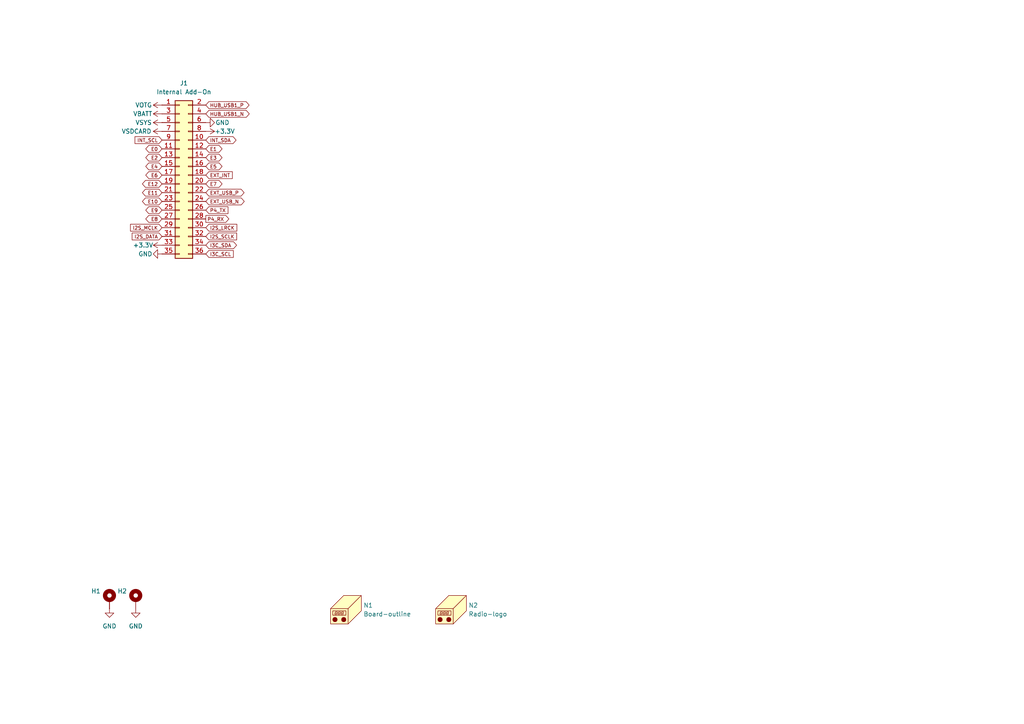
<source format=kicad_sch>
(kicad_sch (version 20231120) (generator "eeschema") (generator_version "8.0")
  (paper "A4")
  (lib_symbols
    (symbol "Connector_Generic:Conn_02x18_Odd_Even" (pin_names (offset 1.016) hide)
      (property "Reference" "J" (at 1.27 22.86 0))
      (property "Value" "Conn_02x18_Odd_Even" (at 1.27 -25.4 0))
      (symbol "Conn_02x18_Odd_Even_1_1"
        (rectangle (start -1.27 -22.733) (end 0 -22.987) (stroke (width 0.1524)))
        (rectangle (start -1.27 -20.193) (end 0 -20.447) (stroke (width 0.1524)))
        (rectangle (start -1.27 -17.653) (end 0 -17.907) (stroke (width 0.1524)))
        (rectangle (start -1.27 -15.113) (end 0 -15.367) (stroke (width 0.1524)))
        (rectangle (start -1.27 -12.573) (end 0 -12.827) (stroke (width 0.1524)))
        (rectangle (start -1.27 -10.033) (end 0 -10.287) (stroke (width 0.1524)))
        (rectangle (start -1.27 -7.493) (end 0 -7.747) (stroke (width 0.1524)))
        (rectangle (start -1.27 -4.953) (end 0 -5.207) (stroke (width 0.1524)))
        (rectangle (start -1.27 -2.413) (end 0 -2.667) (stroke (width 0.1524)))
        (rectangle (start -1.27 0.127) (end 0 -0.127) (stroke (width 0.1524)))
        (rectangle (start -1.27 2.667) (end 0 2.413) (stroke (width 0.1524)))
        (rectangle (start -1.27 5.207) (end 0 4.953) (stroke (width 0.1524)))
        (rectangle (start -1.27 7.747) (end 0 7.493) (stroke (width 0.1524)))
        (rectangle (start -1.27 10.287) (end 0 10.033) (stroke (width 0.1524)))
        (rectangle (start -1.27 12.827) (end 0 12.573) (stroke (width 0.1524)))
        (rectangle (start -1.27 15.367) (end 0 15.113) (stroke (width 0.1524)))
        (rectangle (start -1.27 17.907) (end 0 17.653) (stroke (width 0.1524)))
        (rectangle (start -1.27 20.447) (end 0 20.193) (stroke (width 0.1524)))
        (rectangle (start -1.27 21.59) (end 3.81 -24.13) (stroke (width 0.254)) (fill (type background)))
        (rectangle (start 3.81 -22.733) (end 2.54 -22.987) (stroke (width 0.1524)))
        (rectangle (start 3.81 -20.193) (end 2.54 -20.447) (stroke (width 0.1524)))
        (rectangle (start 3.81 -17.653) (end 2.54 -17.907) (stroke (width 0.1524)))
        (rectangle (start 3.81 -15.113) (end 2.54 -15.367) (stroke (width 0.1524)))
        (rectangle (start 3.81 -12.573) (end 2.54 -12.827) (stroke (width 0.1524)))
        (rectangle (start 3.81 -10.033) (end 2.54 -10.287) (stroke (width 0.1524)))
        (rectangle (start 3.81 -7.493) (end 2.54 -7.747) (stroke (width 0.1524)))
        (rectangle (start 3.81 -4.953) (end 2.54 -5.207) (stroke (width 0.1524)))
        (rectangle (start 3.81 -2.413) (end 2.54 -2.667) (stroke (width 0.1524)))
        (rectangle (start 3.81 0.127) (end 2.54 -0.127) (stroke (width 0.1524)))
        (rectangle (start 3.81 2.667) (end 2.54 2.413) (stroke (width 0.1524)))
        (rectangle (start 3.81 5.207) (end 2.54 4.953) (stroke (width 0.1524)))
        (rectangle (start 3.81 7.747) (end 2.54 7.493) (stroke (width 0.1524)))
        (rectangle (start 3.81 10.287) (end 2.54 10.033) (stroke (width 0.1524)))
        (rectangle (start 3.81 12.827) (end 2.54 12.573) (stroke (width 0.1524)))
        (rectangle (start 3.81 15.367) (end 2.54 15.113) (stroke (width 0.1524)))
        (rectangle (start 3.81 17.907) (end 2.54 17.653) (stroke (width 0.1524)))
        (rectangle (start 3.81 20.447) (end 2.54 20.193) (stroke (width 0.1524)))
        (pin passive line (at -5.08 20.32 0) (length 3.81) (name "Pin_1") (number "1"))
        (pin passive line (at 7.62 10.16 180) (length 3.81) (name "Pin_10") (number "10"))
        (pin passive line (at -5.08 7.62 0) (length 3.81) (name "Pin_11") (number "11"))
        (pin passive line (at 7.62 7.62 180) (length 3.81) (name "Pin_12") (number "12"))
        (pin passive line (at -5.08 5.08 0) (length 3.81) (name "Pin_13") (number "13"))
        (pin passive line (at 7.62 5.08 180) (length 3.81) (name "Pin_14") (number "14"))
        (pin passive line (at -5.08 2.54 0) (length 3.81) (name "Pin_15") (number "15"))
        (pin passive line (at 7.62 2.54 180) (length 3.81) (name "Pin_16") (number "16"))
        (pin passive line (at -5.08 0 0) (length 3.81) (name "Pin_17") (number "17"))
        (pin passive line (at 7.62 0 180) (length 3.81) (name "Pin_18") (number "18"))
        (pin passive line (at -5.08 -2.54 0) (length 3.81) (name "Pin_19") (number "19"))
        (pin passive line (at 7.62 20.32 180) (length 3.81) (name "Pin_2") (number "2"))
        (pin passive line (at 7.62 -2.54 180) (length 3.81) (name "Pin_20") (number "20"))
        (pin passive line (at -5.08 -5.08 0) (length 3.81) (name "Pin_21") (number "21"))
        (pin passive line (at 7.62 -5.08 180) (length 3.81) (name "Pin_22") (number "22"))
        (pin passive line (at -5.08 -7.62 0) (length 3.81) (name "Pin_23") (number "23"))
        (pin passive line (at 7.62 -7.62 180) (length 3.81) (name "Pin_24") (number "24"))
        (pin passive line (at -5.08 -10.16 0) (length 3.81) (name "Pin_25") (number "25"))
        (pin passive line (at 7.62 -10.16 180) (length 3.81) (name "Pin_26") (number "26"))
        (pin passive line (at -5.08 -12.7 0) (length 3.81) (name "Pin_27") (number "27"))
        (pin passive line (at 7.62 -12.7 180) (length 3.81) (name "Pin_28") (number "28"))
        (pin passive line (at -5.08 -15.24 0) (length 3.81) (name "Pin_29") (number "29"))
        (pin passive line (at -5.08 17.78 0) (length 3.81) (name "Pin_3") (number "3"))
        (pin passive line (at 7.62 -15.24 180) (length 3.81) (name "Pin_30") (number "30"))
        (pin passive line (at -5.08 -17.78 0) (length 3.81) (name "Pin_31") (number "31"))
        (pin passive line (at 7.62 -17.78 180) (length 3.81) (name "Pin_32") (number "32"))
        (pin passive line (at -5.08 -20.32 0) (length 3.81) (name "Pin_33") (number "33"))
        (pin passive line (at 7.62 -20.32 180) (length 3.81) (name "Pin_34") (number "34"))
        (pin passive line (at -5.08 -22.86 0) (length 3.81) (name "Pin_35") (number "35"))
        (pin passive line (at 7.62 -22.86 180) (length 3.81) (name "Pin_36") (number "36"))
        (pin passive line (at 7.62 17.78 180) (length 3.81) (name "Pin_4") (number "4"))
        (pin passive line (at -5.08 15.24 0) (length 3.81) (name "Pin_5") (number "5"))
        (pin passive line (at 7.62 15.24 180) (length 3.81) (name "Pin_6") (number "6"))
        (pin passive line (at -5.08 12.7 0) (length 3.81) (name "Pin_7") (number "7"))
        (pin passive line (at 7.62 12.7 180) (length 3.81) (name "Pin_8") (number "8"))
        (pin passive line (at -5.08 10.16 0) (length 3.81) (name "Pin_9") (number "9"))
      )
    )
    (symbol "Mechanical:Housing" (pin_names (offset 1.016)) (exclude_from_sim yes)
      (property "Reference" "N" (at 3.81 0 0))
      (property "Value" "Housing" (at 3.81 -1.905 0))
      (symbol "Housing_0_1"
        (rectangle (start -5.08 -0.635) (end -1.27 -1.905))
        (circle (center -4.445 -3.175) (radius 0.635) (fill (type outline)))
        (circle (center -1.905 -3.175) (radius 0.635) (fill (type outline)))
        (polyline (pts (xy -4.5212 -1.5748) (xy -4.4704 -1.3716)))
        (polyline (pts (xy -4.4196 -1.6764) (xy -4.064 -1.6764)))
        (polyline (pts (xy -4.4196 -1.2192) (xy -4.3688 -0.9652)))
        (polyline (pts (xy -4.318 -1.3208) (xy -4.0132 -1.3208)))
        (polyline (pts (xy -4.2164 -0.9144) (xy -3.9116 -0.9144)))
        (polyline (pts (xy -3.9116 -1.6256) (xy -3.8608 -1.3716)))
        (polyline (pts (xy -3.81 -1.2192) (xy -3.7592 -0.9652)))
        (polyline (pts (xy -3.6068 -1.5748) (xy -3.556 -1.3716)))
        (polyline (pts (xy -3.5052 -1.6764) (xy -3.1496 -1.6764)))
        (polyline (pts (xy -3.5052 -1.2192) (xy -3.4544 -0.9652)))
        (polyline (pts (xy -3.4036 -1.3208) (xy -3.0988 -1.3208)))
        (polyline (pts (xy -3.302 -0.9144) (xy -2.9972 -0.9144)))
        (polyline (pts (xy -2.9972 -1.6256) (xy -2.9464 -1.3716)))
        (polyline (pts (xy -2.8956 -1.2192) (xy -2.8448 -0.9652)))
        (polyline (pts (xy -2.6924 -1.5748) (xy -2.6416 -1.3716)))
        (polyline (pts (xy -2.5908 -1.6764) (xy -2.2352 -1.6764)))
        (polyline (pts (xy -2.5908 -1.2192) (xy -2.54 -0.9652)))
        (polyline (pts (xy -2.4892 -1.3208) (xy -2.1844 -1.3208)))
        (polyline (pts (xy -2.3876 -0.9144) (xy -2.0828 -0.9144)))
        (polyline (pts (xy -2.0828 -1.6256) (xy -2.032 -1.3716)))
        (polyline (pts (xy -1.9812 -1.2192) (xy -1.9304 -0.9652)))
        (polyline (pts (xy -0.635 0) (xy -0.635 -4.445)))
        (polyline (pts (xy -5.715 0) (xy -0.635 0) (xy 3.175 3.81)))
        (polyline (pts (xy -5.715 0) (xy -5.715 -4.445) (xy -0.635 -4.445) (xy 3.175 -0.635) (xy 3.175 3.81) (xy -1.905 3.81) (xy -5.715 0)) (fill (type background)))
      )
    )
    (symbol "Mechanical:MountingHole_Pad" (pin_numbers hide) (pin_names (offset 1.016) hide)
      (property "Reference" "H" (at 0 6.35 0))
      (property "Value" "MountingHole_Pad" (at 0 4.445 0))
      (symbol "MountingHole_Pad_0_1"
        (circle (center 0 1.27) (radius 1.27) (stroke (width 1.27)))
      )
      (symbol "MountingHole_Pad_1_1"
        (pin input line (at 0 -2.54 90) (length 2.54) (name "1") (number "1"))
      )
    )
    (symbol "custom-power:VBATT" (power) (pin_numbers hide) (pin_names (offset 0) hide)
      (property "Value" "VBATT" (at 0 3.556 0))
      (symbol "VBATT_0_1"
        (polyline (pts (xy -0.762 1.27) (xy 0 2.54)))
        (polyline (pts (xy 0 0) (xy 0 2.54)))
        (polyline (pts (xy 0 2.54) (xy 0.762 1.27)))
      )
      (symbol "VBATT_1_1"
        (pin power_in line (at 0 0 90) (length 0) (name "~") (number "1"))
      )
    )
    (symbol "custom-power:VOTG" (power) (pin_numbers hide) (pin_names (offset 0) hide)
      (property "Value" "VOTG" (at 0 3.556 0))
      (symbol "VOTG_0_1"
        (polyline (pts (xy -0.762 1.27) (xy 0 2.54)))
        (polyline (pts (xy 0 0) (xy 0 2.54)))
        (polyline (pts (xy 0 2.54) (xy 0.762 1.27)))
      )
      (symbol "VOTG_1_1"
        (pin power_in line (at 0 0 90) (length 0) (name "~") (number "1"))
      )
    )
    (symbol "custom-power:VSDCARD" (power) (pin_numbers hide) (pin_names (offset 0) hide)
      (property "Value" "VSDCARD" (at 0 3.556 0))
      (symbol "VSDCARD_0_1"
        (polyline (pts (xy -0.762 1.27) (xy 0 2.54)))
        (polyline (pts (xy 0 0) (xy 0 2.54)))
        (polyline (pts (xy 0 2.54) (xy 0.762 1.27)))
      )
      (symbol "VSDCARD_1_1"
        (pin power_in line (at 0 0 90) (length 0) (name "~") (number "1"))
      )
    )
    (symbol "custom-power:VSYS" (power) (pin_numbers hide) (pin_names (offset 0) hide)
      (property "Value" "VSYS" (at 0 3.556 0))
      (symbol "VSYS_0_1"
        (polyline (pts (xy -0.762 1.27) (xy 0 2.54)))
        (polyline (pts (xy 0 0) (xy 0 2.54)))
        (polyline (pts (xy 0 2.54) (xy 0.762 1.27)))
      )
      (symbol "VSYS_1_1"
        (pin power_in line (at 0 0 90) (length 0) (name "~") (number "1"))
      )
    )
    (symbol "mch2021-rescue:GND-power" (power) (pin_names (offset 0))
      (property "Value" "GND-power" (at 0 -3.81 0))
      (symbol "GND-power_0_1"
        (polyline (pts (xy 0 0) (xy 0 -1.27) (xy 1.27 -1.27) (xy 0 -2.54) (xy -1.27 -1.27) (xy 0 -1.27)))
      )
      (symbol "GND-power_1_1"
        (pin power_in line (at 0 0 270) (length 0) hide (name "GND") (number "1"))
      )
    )
    (symbol "power:+3.3V" (power) (pin_names (offset 0))
      (property "Value" "+3.3V" (at 0 3.556 0))
      (symbol "+3.3V_0_1"
        (polyline (pts (xy -0.762 1.27) (xy 0 2.54)))
        (polyline (pts (xy 0 0) (xy 0 2.54)))
        (polyline (pts (xy 0 2.54) (xy 0.762 1.27)))
      )
      (symbol "+3.3V_1_1"
        (pin power_in line (at 0 0 90) (length 0) hide (name "+3.3V") (number "1"))
      )
    )
    (symbol "power:GND" (power) (pin_numbers hide) (pin_names (offset 0) hide)
      (property "Value" "GND" (at 0 -3.81 0))
      (symbol "GND_0_1"
        (polyline (pts (xy 0 0) (xy 0 -1.27) (xy 1.27 -1.27) (xy 0 -2.54) (xy -1.27 -1.27) (xy 0 -1.27)))
      )
      (symbol "GND_1_1"
        (pin power_in line (at 0 0 270) (length 0) (name "~") (number "1"))
      )
    )
  )
  (global_label "E7" (shape bidirectional) (at 59.69 53.34 0) (effects (font (size 1.016 1.016))) (property "Intersheetrefs" "${INTERSHEET_REFS}" (effects (hide yes))))
  (global_label "HUB_USB1_N" (shape bidirectional) (at 59.69 33.02 0) (effects (font (size 1.016 1.016))) (property "Intersheetrefs" "${INTERSHEET_REFS}" (effects (hide yes))))
  (global_label "E0" (shape bidirectional) (at 46.99 43.18 180) (effects (font (size 1.016 1.016))) (property "Intersheetrefs" "${INTERSHEET_REFS}" (effects (hide yes))))
  (global_label "E3" (shape bidirectional) (at 59.69 45.72 0) (effects (font (size 1.016 1.016))) (property "Intersheetrefs" "${INTERSHEET_REFS}" (effects (hide yes))))
  (global_label "I2S_MCLK" (shape input) (at 46.99 66.04 180) (effects (font (size 1.016 1.016))) (property "Intersheetrefs" "${INTERSHEET_REFS}" (effects (hide yes))))
  (global_label "I2S_SCLK" (shape input) (at 59.69 68.58 0) (effects (font (size 1.016 1.016))) (property "Intersheetrefs" "${INTERSHEET_REFS}" (effects (hide yes))))
  (global_label "E2" (shape bidirectional) (at 46.99 45.72 180) (effects (font (size 1.016 1.016))) (property "Intersheetrefs" "${INTERSHEET_REFS}" (effects (hide yes))))
  (global_label "E5" (shape bidirectional) (at 59.69 48.26 0) (effects (font (size 1.016 1.016))) (property "Intersheetrefs" "${INTERSHEET_REFS}" (effects (hide yes))))
  (global_label "I2S_DATA" (shape input) (at 46.99 68.58 180) (effects (font (size 1.016 1.016))) (property "Intersheetrefs" "${INTERSHEET_REFS}" (effects (hide yes))))
  (global_label "I3C_SCL" (shape input) (at 59.69 73.66 0) (effects (font (size 1.016 1.016))) (property "Intersheetrefs" "${INTERSHEET_REFS}" (effects (hide yes))))
  (global_label "INT_SDA" (shape bidirectional) (at 59.69 40.64 0) (effects (font (size 1.016 1.016))) (property "Intersheetrefs" "${INTERSHEET_REFS}" (effects (hide yes))))
  (global_label "E4" (shape bidirectional) (at 46.99 48.26 180) (effects (font (size 1.016 1.016))) (property "Intersheetrefs" "${INTERSHEET_REFS}" (effects (hide yes))))
  (global_label "E1" (shape bidirectional) (at 59.69 43.18 0) (effects (font (size 1.016 1.016))) (property "Intersheetrefs" "${INTERSHEET_REFS}" (effects (hide yes))))
  (global_label "E10" (shape bidirectional) (at 46.99 58.42 180) (effects (font (size 1.016 1.016))) (property "Intersheetrefs" "${INTERSHEET_REFS}" (effects (hide yes))))
  (global_label "P4_RX" (shape output) (at 59.69 63.5 0) (effects (font (size 1.016 1.016))) (property "Intersheetrefs" "${INTERSHEET_REFS}" (effects (hide yes))))
  (global_label "I3C_SDA" (shape bidirectional) (at 59.69 71.12 0) (effects (font (size 1.016 1.016))) (property "Intersheetrefs" "${INTERSHEET_REFS}" (effects (hide yes))))
  (global_label "E8" (shape bidirectional) (at 46.99 63.5 180) (effects (font (size 1.016 1.016))) (property "Intersheetrefs" "${INTERSHEET_REFS}" (effects (hide yes))))
  (global_label "E6" (shape bidirectional) (at 46.99 50.8 180) (effects (font (size 1.016 1.016))) (property "Intersheetrefs" "${INTERSHEET_REFS}" (effects (hide yes))))
  (global_label "EXT_USB_P" (shape bidirectional) (at 59.69 55.88 0) (effects (font (size 1.016 1.016))) (property "Intersheetrefs" "${INTERSHEET_REFS}" (effects (hide yes))))
  (global_label "HUB_USB1_P" (shape bidirectional) (at 59.69 30.48 0) (effects (font (size 1.016 1.016))) (property "Intersheetrefs" "${INTERSHEET_REFS}" (effects (hide yes))))
  (global_label "EXT_USB_N" (shape bidirectional) (at 59.69 58.42 0) (effects (font (size 1.016 1.016))) (property "Intersheetrefs" "${INTERSHEET_REFS}" (effects (hide yes))))
  (global_label "E12" (shape bidirectional) (at 46.99 53.34 180) (effects (font (size 1.016 1.016))) (property "Intersheetrefs" "${INTERSHEET_REFS}" (effects (hide yes))))
  (global_label "P4_TX" (shape input) (at 59.69 60.96 0) (effects (font (size 1.016 1.016))) (property "Intersheetrefs" "${INTERSHEET_REFS}" (effects (hide yes))))
  (global_label "E11" (shape bidirectional) (at 46.99 55.88 180) (effects (font (size 1.016 1.016))) (property "Intersheetrefs" "${INTERSHEET_REFS}" (effects (hide yes))))
  (global_label "INT_SCL" (shape input) (at 46.99 40.64 180) (effects (font (size 1.016 1.016))) (property "Intersheetrefs" "${INTERSHEET_REFS}" (effects (hide yes))))
  (global_label "I2S_LRCK" (shape input) (at 59.69 66.04 0) (effects (font (size 1.016 1.016))) (property "Intersheetrefs" "${INTERSHEET_REFS}" (effects (hide yes))))
  (global_label "E9" (shape bidirectional) (at 46.99 60.96 180) (effects (font (size 1.016 1.016))) (property "Intersheetrefs" "${INTERSHEET_REFS}" (effects (hide yes))))
  (global_label "EXT_INT" (shape input) (at 59.69 50.8 0) (effects (font (size 1.016 1.016))) (property "Intersheetrefs" "${INTERSHEET_REFS}" (effects (hide yes))))
  (symbol (lib_id "power:+3.3V") (at 46.99 71.12 90) (unit 1)
    (property "Reference" "#PWR07" (effects (hide yes)))
    (property "Value" "+3.3V" (at 44.45 71.12 90) (effects (justify left)))
    (property "Description" "Power symbol creates a global label with name \"+3.3V\"" (effects (hide yes)))
  )
  (symbol (lib_id "custom-power:VBATT") (at 46.99 33.02 90) (unit 1)
    (property "Reference" "#PWR04" (effects (hide yes)))
    (property "Value" "VBATT" (at 41.402 33.02 90))
    (property "Description" "Power symbol creates a global label with name \"VBATT\"" (effects (hide yes)))
  )
  (symbol (lib_id "Mechanical:MountingHole_Pad") (at 31.75 173.99 0) (mirror y) (unit 1) (in_bom no)
    (property "Reference" "H1" (at 29.21 171.4499 0) (effects (justify left)))
    (property "Value" "Mounting hole" (effects (hide yes)))
    (property "Footprint" "MountingHole:MountingHole_2.2mm_M2_DIN965_Pad" (effects (hide yes)))
    (property "Datasheet" "-" (effects (hide yes)))
    (property "Description" "Mounting Hole with connection" (effects (hide yes)))
    (property "LCSC" "-" (effects (hide yes)))
  )
  (symbol (lib_id "power:+3.3V") (at 59.69 38.1 270) (unit 1)
    (property "Reference" "#PWR010" (effects (hide yes)))
    (property "Value" "+3.3V" (at 62.23 38.1 90) (effects (justify left)))
    (property "Description" "Power symbol creates a global label with name \"+3.3V\"" (effects (hide yes)))
  )
  (symbol (lib_id "custom-power:VSDCARD") (at 46.99 38.1 90) (unit 1)
    (property "Reference" "#PWR06" (effects (hide yes)))
    (property "Value" "VSDCARD" (at 43.942 38.1 90) (effects (justify left)))
    (property "Description" "Power symbol creates a global label with name \"VSDCARD\"" (effects (hide yes)))
  )
  (symbol (lib_id "power:GND") (at 39.37 176.53 0) (unit 1)
    (property "Reference" "#PWR02" (effects (hide yes)))
    (property "Value" "GND" (at 39.37 181.61 0))
    (property "Description" "Power symbol creates a global label with name \"GND\" , ground" (effects (hide yes)))
  )
  (symbol (lib_id "custom-power:VOTG") (at 46.99 30.48 90) (unit 1)
    (property "Reference" "#PWR03" (effects (hide yes)))
    (property "Value" "VOTG" (at 41.656 30.48 90))
    (property "Description" "Power symbol creates a global label with name \"VOTG\"" (effects (hide yes)))
  )
  (symbol (lib_id "Connector_Generic:Conn_02x18_Odd_Even") (at 52.07 50.8 0) (unit 1)
    (property "Reference" "J1" (at 53.34 24.13 0))
    (property "Value" "Internal Add-On" (at 53.34 26.67 0))
    (property "Footprint" "lcsc:HDR-TH_36P-P2.54-V-M-R2-C18-S2.54-1" (effects (hide yes)))
    (property "Datasheet" "https://datasheet.lcsc.com/lcsc/2306091018_HCTL-PM254-2-18-S-8-5_C3975163.pdf" (effects (hide yes)))
    (property "Description" "Generic connector, double row, 02x18, odd/even pin numbering scheme (row 1 odd numbers, row 2 even numbers), script generated (kicad-library-utils/schlib/autogen/connector/)" (effects (hide yes)))
    (property "LCSC" "C3975163" (effects (hide yes)))
  )
  (symbol (lib_id "power:GND") (at 31.75 176.53 0) (unit 1)
    (property "Reference" "#PWR01" (effects (hide yes)))
    (property "Value" "GND" (at 31.75 181.61 0))
    (property "Description" "Power symbol creates a global label with name \"GND\" , ground" (effects (hide yes)))
  )
  (symbol (lib_id "Mechanical:Housing") (at 132.08 176.53 0) (unit 1) (exclude_from_sim yes)
    (property "Reference" "N2" (at 135.89 175.5774 0) (effects (justify left)))
    (property "Value" "Radio-logo" (at 135.89 178.1174 0) (effects (justify left)))
    (property "Footprint" "design:radio_logo" (effects (hide yes)))
    (property "Description" "Housing" (effects (hide yes)))
  )
  (symbol (lib_id "custom-power:VSYS") (at 46.99 35.56 90) (unit 1)
    (property "Reference" "#PWR05" (effects (hide yes)))
    (property "Value" "VSYS" (at 41.656 35.56 90))
    (property "Description" "Power symbol creates a global label with name \"VSYS\"" (effects (hide yes)))
  )
  (symbol (lib_id "mch2021-rescue:GND-power") (at 59.69 35.56 90) (unit 1)
    (property "Reference" "#PWR09" (effects (hide yes)))
    (property "Value" "GND" (at 64.516 35.56 90))
  )
  (symbol (lib_id "Mechanical:MountingHole_Pad") (at 39.37 173.99 0) (mirror y) (unit 1) (in_bom no)
    (property "Reference" "H2" (at 36.83 171.4499 0) (effects (justify left)))
    (property "Value" "Mounting hole" (effects (hide yes)))
    (property "Footprint" "MountingHole:MountingHole_2.2mm_M2_DIN965_Pad" (effects (hide yes)))
    (property "Datasheet" "-" (effects (hide yes)))
    (property "Description" "Mounting Hole with connection" (effects (hide yes)))
    (property "LCSC" "-" (effects (hide yes)))
  )
  (symbol (lib_id "Mechanical:Housing") (at 101.6 176.53 0) (unit 1) (exclude_from_sim yes)
    (property "Reference" "N1" (at 105.41 175.5774 0) (effects (justify left)))
    (property "Value" "Board-outline" (at 105.41 178.1174 0) (effects (justify left)))
    (property "Footprint" "design:why2025-mainboard-edge-cuts-usr" (effects (hide yes)))
    (property "Description" "Housing" (effects (hide yes)))
  )
  (symbol (lib_id "mch2021-rescue:GND-power") (at 46.99 73.66 270) (unit 1)
    (property "Reference" "#PWR08" (effects (hide yes)))
    (property "Value" "GND" (at 42.164 73.66 90))
  )
)
</source>
